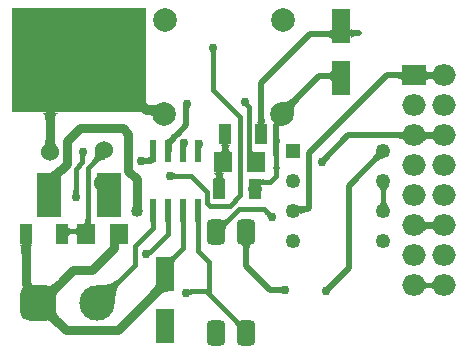
<source format=gtl>
G04*
G04 #@! TF.GenerationSoftware,Altium Limited,Altium Designer,22.5.1 (42)*
G04*
G04 Layer_Physical_Order=1*
G04 Layer_Color=255*
%FSLAX25Y25*%
%MOIN*%
G70*
G04*
G04 #@! TF.SameCoordinates,55109760-4B7D-4162-96C6-5D1F9AFAF14A*
G04*
G04*
G04 #@! TF.FilePolarity,Positive*
G04*
G01*
G75*
%ADD17R,0.08189X0.15000*%
%ADD18R,0.02200X0.07800*%
%ADD19R,0.06299X0.11811*%
%ADD20R,0.06299X0.07087*%
%ADD21R,0.04173X0.07165*%
G04:AMPARAMS|DCode=22|XSize=83.86mil|YSize=61.81mil|CornerRadius=15.45mil|HoleSize=0mil|Usage=FLASHONLY|Rotation=270.000|XOffset=0mil|YOffset=0mil|HoleType=Round|Shape=RoundedRectangle|*
%AMROUNDEDRECTD22*
21,1,0.08386,0.03091,0,0,270.0*
21,1,0.05295,0.06181,0,0,270.0*
1,1,0.03091,-0.01545,-0.02648*
1,1,0.03091,-0.01545,0.02648*
1,1,0.03091,0.01545,0.02648*
1,1,0.03091,0.01545,-0.02648*
%
%ADD22ROUNDEDRECTD22*%
%ADD41R,0.45000X0.35000*%
%ADD42C,0.02000*%
%ADD43C,0.01600*%
%ADD44C,0.03000*%
%ADD45R,0.04921X0.04921*%
%ADD46C,0.04921*%
G04:AMPARAMS|DCode=47|XSize=118.11mil|YSize=118.11mil|CornerRadius=29.53mil|HoleSize=0mil|Usage=FLASHONLY|Rotation=0.000|XOffset=0mil|YOffset=0mil|HoleType=Round|Shape=RoundedRectangle|*
%AMROUNDEDRECTD47*
21,1,0.11811,0.05906,0,0,0.0*
21,1,0.05906,0.11811,0,0,0.0*
1,1,0.05906,0.02953,-0.02953*
1,1,0.05906,-0.02953,-0.02953*
1,1,0.05906,-0.02953,0.02953*
1,1,0.05906,0.02953,0.02953*
%
%ADD47ROUNDEDRECTD47*%
%ADD48C,0.11811*%
%ADD49O,0.07874X0.07087*%
%ADD50R,0.07874X0.07087*%
%ADD51C,0.07874*%
%ADD52C,0.03000*%
%ADD53C,0.05000*%
%ADD54C,0.06000*%
%ADD55C,0.04000*%
G36*
X111732Y106920D02*
X113530Y107690D01*
X113488Y107596D01*
X113471Y107490D01*
X113480Y107373D01*
X113514Y107245D01*
X113575Y107106D01*
X113660Y106956D01*
X113771Y106795D01*
X113907Y106623D01*
X114069Y106439D01*
X114257Y106244D01*
X112843Y104830D01*
X112524Y105146D01*
X111492Y106053D01*
X111257Y105846D01*
X110529Y105146D01*
X108543Y105988D01*
X108744Y106200D01*
X108915Y106404D01*
X109057Y106601D01*
X109169Y106790D01*
X109252Y106973D01*
X109305Y107147D01*
X109328Y107315D01*
X109323Y107475D01*
X109287Y107627D01*
X109222Y107772D01*
X111732Y106920D01*
D02*
G37*
G36*
X114658Y107347D02*
X114718Y107177D01*
X114818Y107027D01*
X114958Y106897D01*
X115138Y106787D01*
X115358Y106697D01*
X115618Y106627D01*
X115918Y106577D01*
X116258Y106547D01*
X116638Y106537D01*
Y104537D01*
X116258Y104527D01*
X115918Y104497D01*
X115618Y104447D01*
X115358Y104377D01*
X115138Y104287D01*
X114958Y104177D01*
X114818Y104047D01*
X114718Y103897D01*
X114658Y103727D01*
X114638Y103537D01*
Y107537D01*
X114658Y107347D01*
D02*
G37*
G36*
X108374Y103281D02*
X108354Y103471D01*
X108294Y103641D01*
X108193Y103791D01*
X108053Y103921D01*
X107871Y104031D01*
X107650Y104121D01*
X107388Y104191D01*
X107087Y104241D01*
X106745Y104271D01*
X106362Y104281D01*
Y106281D01*
X106745Y106291D01*
X107087Y106321D01*
X107388Y106371D01*
X107650Y106441D01*
X107871Y106531D01*
X108053Y106641D01*
X108193Y106771D01*
X108294Y106921D01*
X108354Y107091D01*
X108374Y107281D01*
Y103281D01*
D02*
G37*
G36*
X69902Y99371D02*
X69860Y99295D01*
X69823Y99200D01*
X69790Y99088D01*
X69762Y98957D01*
X69740Y98808D01*
X69710Y98456D01*
X69700Y98031D01*
X68100D01*
X68098Y98253D01*
X68060Y98808D01*
X68037Y98957D01*
X68010Y99088D01*
X67977Y99200D01*
X67940Y99295D01*
X67897Y99371D01*
X67850Y99429D01*
X69950D01*
X69902Y99371D01*
D02*
G37*
G36*
X139833Y93310D02*
X139893Y93140D01*
X139994Y92990D01*
X140135Y92860D01*
X140316Y92750D01*
X140537Y92660D01*
X140799Y92590D01*
X141020Y92553D01*
X141379Y92589D01*
X141700Y92659D01*
X141971Y92748D01*
X142194Y92857D01*
X142366Y92986D01*
X142490Y93135D01*
X142564Y93304D01*
X142589Y93492D01*
Y89508D01*
X142564Y89696D01*
X142490Y89865D01*
X142366Y90014D01*
X142194Y90143D01*
X141971Y90252D01*
X141700Y90341D01*
X141379Y90411D01*
X141060Y90453D01*
X140799Y90410D01*
X140537Y90340D01*
X140316Y90250D01*
X140135Y90140D01*
X139994Y90010D01*
X139893Y89860D01*
X139833Y89690D01*
X139813Y89500D01*
Y93500D01*
X139833Y93310D01*
D02*
G37*
G36*
X131987Y89500D02*
X131967Y89690D01*
X131906Y89860D01*
X131806Y90010D01*
X131665Y90140D01*
X131484Y90250D01*
X131263Y90340D01*
X131001Y90410D01*
X130699Y90460D01*
X130357Y90490D01*
X129975Y90500D01*
Y92500D01*
X130357Y92510D01*
X130699Y92540D01*
X131001Y92590D01*
X131263Y92660D01*
X131484Y92750D01*
X131665Y92860D01*
X131806Y92990D01*
X131906Y93140D01*
X131967Y93310D01*
X131987Y93500D01*
Y89500D01*
D02*
G37*
G36*
X108374Y89339D02*
X108354Y89529D01*
X108294Y89699D01*
X108193Y89849D01*
X108053Y89979D01*
X107871Y90089D01*
X107650Y90179D01*
X107388Y90249D01*
X107087Y90299D01*
X106745Y90329D01*
X106362Y90339D01*
Y92339D01*
X106745Y92349D01*
X107087Y92379D01*
X107388Y92429D01*
X107650Y92499D01*
X107871Y92589D01*
X108053Y92699D01*
X108193Y92829D01*
X108294Y92979D01*
X108354Y93149D01*
X108374Y93339D01*
Y89339D01*
D02*
G37*
G36*
X61005Y80804D02*
X60987Y80778D01*
X60970Y80730D01*
X60956Y80659D01*
X60943Y80566D01*
X60924Y80313D01*
X60909Y79537D01*
X58909Y79888D01*
X58922Y81072D01*
X61005Y80804D01*
D02*
G37*
G36*
X97310Y83091D02*
X96979Y82734D01*
X96689Y82365D01*
X96439Y81984D01*
X96229Y81590D01*
X96060Y81185D01*
X95931Y80767D01*
X95843Y80338D01*
X95795Y79896D01*
X95787Y79442D01*
X95820Y78976D01*
X91546Y82457D01*
X92045Y82518D01*
X92526Y82608D01*
X92989Y82726D01*
X93435Y82873D01*
X93864Y83048D01*
X94275Y83253D01*
X94669Y83485D01*
X95046Y83747D01*
X95405Y84037D01*
X95746Y84356D01*
X97310Y83091D01*
D02*
G37*
G36*
X46518Y82648D02*
X46608Y82393D01*
X46758Y82168D01*
X46968Y81973D01*
X47238Y81808D01*
X47568Y81673D01*
X47958Y81568D01*
X48365Y81500D01*
X50001Y81599D01*
X50083Y81638D01*
X49488Y80094D01*
Y78433D01*
X48918Y78438D01*
X48851Y78443D01*
X48609Y77814D01*
X48567Y77931D01*
X48487Y78036D01*
X48369Y78129D01*
X48212Y78210D01*
X48017Y78278D01*
X47784Y78334D01*
X47513Y78377D01*
X47202Y78408D01*
X46467Y78433D01*
X46505Y78948D01*
X46488Y79012D01*
Y82933D01*
X46518Y82648D01*
D02*
G37*
G36*
X17215Y78994D02*
X16960Y78904D01*
X16735Y78753D01*
X16540Y78542D01*
X16375Y78271D01*
X16240Y77940D01*
X16135Y77548D01*
X16060Y77096D01*
X16015Y76584D01*
X16000Y76012D01*
X13000D01*
X12985Y76584D01*
X12940Y77096D01*
X12865Y77548D01*
X12760Y77940D01*
X12625Y78271D01*
X12460Y78542D01*
X12265Y78753D01*
X12040Y78904D01*
X11785Y78994D01*
X11500Y79024D01*
X17500D01*
X17215Y78994D01*
D02*
G37*
G36*
X85926Y77188D02*
X85956Y76846D01*
X86006Y76545D01*
X86076Y76283D01*
X86166Y76062D01*
X86276Y75881D01*
X86406Y75740D01*
X86556Y75639D01*
X86726Y75579D01*
X86916Y75559D01*
X82916D01*
X83106Y75579D01*
X83276Y75639D01*
X83426Y75740D01*
X83556Y75881D01*
X83666Y76062D01*
X83756Y76283D01*
X83826Y76545D01*
X83876Y76846D01*
X83906Y77188D01*
X83916Y77571D01*
X85916D01*
X85926Y77188D01*
D02*
G37*
G36*
X142589Y69508D02*
X142564Y69696D01*
X142490Y69865D01*
X142366Y70014D01*
X142194Y70143D01*
X141971Y70252D01*
X141700Y70341D01*
X141379Y70411D01*
X141008Y70460D01*
X140954Y70464D01*
X140421Y70411D01*
X140100Y70341D01*
X139829Y70252D01*
X139606Y70143D01*
X139434Y70014D01*
X139310Y69865D01*
X139236Y69696D01*
X139211Y69508D01*
Y73492D01*
X139236Y73304D01*
X139310Y73135D01*
X139434Y72986D01*
X139606Y72857D01*
X139829Y72748D01*
X140100Y72659D01*
X140421Y72589D01*
X140792Y72540D01*
X140846Y72536D01*
X141379Y72589D01*
X141700Y72659D01*
X141971Y72748D01*
X142194Y72857D01*
X142366Y72986D01*
X142490Y73135D01*
X142564Y73304D01*
X142589Y73492D01*
Y69508D01*
D02*
G37*
G36*
X56402Y70088D02*
X56113Y69797D01*
X54972Y68498D01*
X54976Y68464D01*
X53364Y70076D01*
X53398Y70073D01*
X53461Y70101D01*
X53552Y70163D01*
X53671Y70257D01*
X53996Y70542D01*
X54988Y71502D01*
X56402Y70088D01*
D02*
G37*
G36*
X132589Y69508D02*
X132564Y69696D01*
X132490Y69865D01*
X132366Y70014D01*
X132194Y70143D01*
X131971Y70252D01*
X131700Y70341D01*
X131379Y70411D01*
X131008Y70460D01*
X130589Y70490D01*
X130119Y70500D01*
Y72500D01*
X130589Y72510D01*
X131379Y72589D01*
X131700Y72659D01*
X131971Y72748D01*
X132194Y72857D01*
X132366Y72986D01*
X132490Y73135D01*
X132564Y73304D01*
X132589Y73492D01*
Y69508D01*
D02*
G37*
G36*
X90904Y70979D02*
X90991Y69779D01*
X91031Y69552D01*
X91079Y69355D01*
X91134Y69187D01*
X91196Y69047D01*
X91265Y68938D01*
X88535D01*
X88604Y69047D01*
X88666Y69187D01*
X88721Y69355D01*
X88769Y69552D01*
X88809Y69779D01*
X88867Y70321D01*
X88896Y70979D01*
X88900Y71352D01*
X90900D01*
X90904Y70979D01*
D02*
G37*
G36*
X16006Y70561D02*
X16096Y69453D01*
X16150Y69150D01*
X16216Y68882D01*
X16294Y68647D01*
X16384Y68445D01*
X16486Y68277D01*
X16600Y68142D01*
X12400D01*
X12514Y68277D01*
X12616Y68445D01*
X12706Y68647D01*
X12784Y68882D01*
X12850Y69150D01*
X12904Y69453D01*
X12976Y70158D01*
X12994Y70561D01*
X13000Y70998D01*
X16000D01*
X16006Y70561D01*
D02*
G37*
G36*
X81708Y67327D02*
X81732Y67055D01*
X81772Y66815D01*
X81828Y66607D01*
X81900Y66431D01*
X81988Y66287D01*
X82092Y66175D01*
X82212Y66095D01*
X82348Y66047D01*
X82500Y66031D01*
X79874D01*
X79917Y66047D01*
X79956Y66095D01*
X79989Y66175D01*
X80019Y66287D01*
X80044Y66431D01*
X80064Y66607D01*
X80091Y67055D01*
X80100Y67631D01*
X81700D01*
X81708Y67327D01*
D02*
G37*
G36*
X74018Y69092D02*
X73992Y69071D01*
X73970Y69027D01*
X73950Y68960D01*
X73932Y68870D01*
X73918Y68757D01*
X73896Y68463D01*
X73896Y68429D01*
X74884D01*
X74694Y68409D01*
X74524Y68349D01*
X74374Y68249D01*
X74244Y68109D01*
X74134Y67929D01*
X74044Y67709D01*
X73974Y67449D01*
X73938Y67230D01*
X73974Y67011D01*
X74044Y66751D01*
X74134Y66531D01*
X74244Y66351D01*
X74374Y66211D01*
X74524Y66111D01*
X74694Y66051D01*
X74884Y66031D01*
X70884D01*
X71074Y66051D01*
X71244Y66111D01*
X71394Y66211D01*
X71524Y66351D01*
X71634Y66531D01*
X71724Y66751D01*
X71794Y67011D01*
X71831Y67230D01*
X71794Y67449D01*
X71724Y67709D01*
X71634Y67929D01*
X71524Y68109D01*
X71394Y68249D01*
X71244Y68349D01*
X71074Y68409D01*
X70884Y68429D01*
X71945D01*
X72124Y69903D01*
X74018Y69092D01*
D02*
G37*
G36*
X47812Y62312D02*
X47792Y62253D01*
X47732Y62200D01*
X47632Y62153D01*
X47492Y62112D01*
X47312Y62078D01*
X47118Y62053D01*
Y62000D01*
X45871Y61950D01*
Y62001D01*
X45812Y62000D01*
Y64000D01*
X45871Y64002D01*
Y64050D01*
X45893Y64040D01*
X45937Y64032D01*
X46004Y64025D01*
X46231Y64013D01*
X46532Y64040D01*
X46832Y64090D01*
X47092Y64160D01*
X47312Y64250D01*
X47492Y64360D01*
X47632Y64490D01*
X47732Y64640D01*
X47792Y64810D01*
X47812Y65000D01*
Y62312D01*
D02*
G37*
G36*
X26342Y64758D02*
X26283Y64707D01*
X26230Y64637D01*
X26184Y64548D01*
X26144Y64440D01*
X26110Y64313D01*
X26082Y64168D01*
X26060Y64003D01*
X26035Y63618D01*
X26032Y63398D01*
X24432Y63747D01*
X24431Y63970D01*
X24376Y64805D01*
X24355Y64916D01*
X24332Y65007D01*
X24305Y65080D01*
X24276Y65134D01*
X26342Y64758D01*
D02*
G37*
G36*
X107346Y63648D02*
X106500Y62731D01*
X105015Y64216D01*
X105037Y64224D01*
X105074Y64249D01*
X105127Y64292D01*
X105379Y64520D01*
X105932Y65062D01*
X107346Y63648D01*
D02*
G37*
G36*
X125575Y63840D02*
X125371Y63829D01*
X125162Y63794D01*
X124948Y63733D01*
X124730Y63648D01*
X124507Y63538D01*
X124280Y63402D01*
X124048Y63242D01*
X123812Y63057D01*
X123571Y62846D01*
X123325Y62611D01*
X121911Y64025D01*
X122146Y64271D01*
X122542Y64748D01*
X122702Y64980D01*
X122837Y65207D01*
X122948Y65430D01*
X123033Y65648D01*
X123094Y65862D01*
X123129Y66071D01*
X123140Y66275D01*
X125575Y63840D01*
D02*
G37*
G36*
X32739Y63503D02*
X32374Y63474D01*
X32020Y63420D01*
X31677Y63342D01*
X31345Y63239D01*
X31023Y63112D01*
X30713Y62961D01*
X30413Y62785D01*
X30125Y62584D01*
X29847Y62360D01*
X29580Y62110D01*
X28383Y63176D01*
X28637Y63449D01*
X28861Y63730D01*
X29057Y64021D01*
X29223Y64320D01*
X29360Y64628D01*
X29467Y64945D01*
X29546Y65271D01*
X29596Y65606D01*
X29616Y65949D01*
X29607Y66302D01*
X32739Y63503D01*
D02*
G37*
G36*
X91158Y60908D02*
X91062Y60740D01*
X90977Y60558D01*
X90903Y60362D01*
X90841Y60152D01*
X90790Y59928D01*
X90751Y59691D01*
X90723Y59439D01*
X90700Y58894D01*
X89100D01*
X89094Y59174D01*
X89049Y59691D01*
X89010Y59928D01*
X88959Y60152D01*
X88897Y60362D01*
X88823Y60558D01*
X88738Y60740D01*
X88642Y60908D01*
X88535Y61062D01*
X91265D01*
X91158Y60908D01*
D02*
G37*
G36*
X20204Y60088D02*
X19559Y59422D01*
X18558Y58252D01*
X18201Y57747D01*
X17939Y57296D01*
X17774Y56899D01*
X17704Y56555D01*
X17731Y56265D01*
X17853Y56028D01*
X18070Y55845D01*
X12740Y58976D01*
X13022Y58857D01*
X13335Y58812D01*
X13680Y58840D01*
X14056Y58943D01*
X14465Y59119D01*
X14905Y59369D01*
X15377Y59693D01*
X15880Y60092D01*
X16416Y60563D01*
X16983Y61109D01*
X20204Y60088D01*
D02*
G37*
G36*
X71887Y58981D02*
X72884D01*
X72694Y58961D01*
X72524Y58900D01*
X72374Y58800D01*
X72244Y58659D01*
X72134Y58478D01*
X72044Y58256D01*
X71982Y58023D01*
X72044Y57791D01*
X72134Y57571D01*
X72244Y57391D01*
X72374Y57251D01*
X72524Y57151D01*
X72694Y57091D01*
X72884Y57071D01*
X71887D01*
X71884Y56969D01*
X69884D01*
X69882Y57071D01*
X68884D01*
X69074Y57091D01*
X69244Y57151D01*
X69394Y57251D01*
X69524Y57391D01*
X69634Y57571D01*
X69724Y57791D01*
X69787Y58023D01*
X69724Y58256D01*
X69634Y58478D01*
X69524Y58659D01*
X69394Y58800D01*
X69244Y58900D01*
X69074Y58961D01*
X68884Y58981D01*
X69882D01*
X69884Y59071D01*
X71884D01*
X71887Y58981D01*
D02*
G37*
G36*
X55529Y59003D02*
X55606Y58960D01*
X55700Y58922D01*
X55813Y58890D01*
X55943Y58863D01*
X56092Y58840D01*
X56444Y58810D01*
X56869Y58800D01*
Y57200D01*
X56647Y57197D01*
X56092Y57160D01*
X55943Y57138D01*
X55813Y57110D01*
X55700Y57077D01*
X55606Y57040D01*
X55529Y56998D01*
X55471Y56950D01*
Y59050D01*
X55529Y59003D01*
D02*
G37*
G36*
X85006Y57019D02*
X85054Y56973D01*
X85134Y56933D01*
X85246Y56897D01*
X85390Y56868D01*
X85566Y56843D01*
X86014Y56811D01*
X86590Y56800D01*
Y55200D01*
X86285Y55192D01*
X86011Y55168D01*
X85770Y55128D01*
X85560Y55072D01*
X85383Y55000D01*
X85238Y54912D01*
X85125Y54808D01*
X85044Y54688D01*
X84995Y54552D01*
X84978Y54400D01*
X84990Y57071D01*
X85006Y57019D01*
D02*
G37*
G36*
X23802Y53247D02*
X23840Y52692D01*
X23863Y52543D01*
X23890Y52412D01*
X23923Y52300D01*
X23960Y52205D01*
X24002Y52129D01*
X24050Y52071D01*
X21950D01*
X21997Y52129D01*
X22040Y52205D01*
X22077Y52300D01*
X22110Y52412D01*
X22138Y52543D01*
X22160Y52692D01*
X22190Y53044D01*
X22200Y53469D01*
X23800D01*
X23802Y53247D01*
D02*
G37*
G36*
X127147Y54355D02*
X126990Y54152D01*
X126852Y53935D01*
X126732Y53703D01*
X126631Y53456D01*
X126548Y53195D01*
X126483Y52919D01*
X126437Y52629D01*
X126409Y52324D01*
X126400Y52004D01*
X124800D01*
X124791Y52324D01*
X124763Y52629D01*
X124717Y52919D01*
X124652Y53195D01*
X124569Y53456D01*
X124468Y53703D01*
X124348Y53935D01*
X124210Y54152D01*
X124053Y54355D01*
X123878Y54543D01*
X127322D01*
X127147Y54355D01*
D02*
G37*
G36*
X34036Y53277D02*
X33990Y53179D01*
X33971Y53073D01*
X33978Y52957D01*
X34010Y52831D01*
X34069Y52697D01*
X34154Y52553D01*
X34265Y52400D01*
X34402Y52237D01*
X34566Y52066D01*
X33434Y50934D01*
X33139Y51226D01*
X31980Y52251D01*
X31812Y52370D01*
X31664Y52460D01*
X31538Y52521D01*
X31433Y52554D01*
X34108Y53365D01*
X34036Y53277D01*
D02*
G37*
G36*
X126409Y50276D02*
X126437Y49971D01*
X126483Y49681D01*
X126548Y49405D01*
X126631Y49144D01*
X126732Y48897D01*
X126852Y48665D01*
X126990Y48448D01*
X127147Y48245D01*
X127322Y48057D01*
X123878D01*
X124053Y48245D01*
X124210Y48448D01*
X124348Y48665D01*
X124468Y48897D01*
X124569Y49144D01*
X124652Y49405D01*
X124717Y49681D01*
X124763Y49971D01*
X124791Y50276D01*
X124800Y50595D01*
X126400D01*
X126409Y50276D01*
D02*
G37*
G36*
X97092Y48278D02*
X97283Y48190D01*
X97492Y48113D01*
X97719Y48045D01*
X97965Y47988D01*
X98230Y47942D01*
X98814Y47880D01*
X99134Y47864D01*
X99472Y47859D01*
X99989Y45859D01*
X99646Y45851D01*
X99329Y45825D01*
X99037Y45784D01*
X98770Y45725D01*
X98529Y45650D01*
X98313Y45558D01*
X98122Y45449D01*
X97957Y45323D01*
X97817Y45181D01*
X97703Y45022D01*
X96920Y48377D01*
X97092Y48278D01*
D02*
G37*
G36*
X87478Y46387D02*
X87898Y46021D01*
X88019Y45932D01*
X88131Y45859D01*
X88233Y45802D01*
X88326Y45762D01*
X88410Y45738D01*
X88485Y45731D01*
X87000Y44246D01*
X86993Y44320D01*
X86969Y44404D01*
X86928Y44497D01*
X86872Y44600D01*
X86799Y44712D01*
X86710Y44833D01*
X86482Y45103D01*
X86189Y45411D01*
X87320Y46542D01*
X87478Y46387D01*
D02*
G37*
G36*
X74637Y42996D02*
X74269Y42616D01*
X73667Y41925D01*
X73434Y41613D01*
X73246Y41324D01*
X73102Y41058D01*
X73004Y40814D01*
X72951Y40593D01*
X72943Y40395D01*
X72980Y40219D01*
X71785Y43527D01*
X71857Y43386D01*
X71955Y43293D01*
X72078Y43249D01*
X72227Y43251D01*
X72401Y43302D01*
X72601Y43401D01*
X72826Y43548D01*
X73076Y43742D01*
X73352Y43985D01*
X73654Y44275D01*
X74637Y42996D01*
D02*
G37*
G36*
X142589Y39508D02*
X142564Y39696D01*
X142490Y39865D01*
X142366Y40014D01*
X142194Y40143D01*
X141971Y40252D01*
X141700Y40341D01*
X141379Y40411D01*
X141008Y40460D01*
X140954Y40464D01*
X140421Y40411D01*
X140100Y40341D01*
X139829Y40252D01*
X139606Y40143D01*
X139434Y40014D01*
X139310Y39865D01*
X139236Y39696D01*
X139211Y39508D01*
Y43492D01*
X139236Y43304D01*
X139310Y43135D01*
X139434Y42986D01*
X139606Y42857D01*
X139829Y42748D01*
X140100Y42659D01*
X140421Y42589D01*
X140792Y42540D01*
X140846Y42536D01*
X141379Y42589D01*
X141700Y42659D01*
X141971Y42748D01*
X142194Y42857D01*
X142366Y42986D01*
X142490Y43135D01*
X142564Y43304D01*
X142589Y43492D01*
Y39508D01*
D02*
G37*
G36*
X27808Y43325D02*
X27832Y43051D01*
X27872Y42809D01*
X27928Y42600D01*
X28000Y42422D01*
X28088Y42277D01*
X28192Y42164D01*
X28312Y42084D01*
X28448Y42035D01*
X28600Y42019D01*
X25400D01*
X25552Y42035D01*
X25688Y42084D01*
X25808Y42164D01*
X25912Y42277D01*
X26000Y42422D01*
X26072Y42600D01*
X26128Y42809D01*
X26168Y43051D01*
X26192Y43325D01*
X26200Y43631D01*
X27800D01*
X27808Y43325D01*
D02*
G37*
G36*
X64933Y42896D02*
X64884Y42848D01*
X64841Y42768D01*
X64804Y42656D01*
X64772Y42512D01*
X64746Y42336D01*
X64711Y41888D01*
X64700Y41312D01*
X63100D01*
X63097Y41616D01*
X63028Y42512D01*
X62996Y42656D01*
X62959Y42768D01*
X62916Y42848D01*
X62867Y42896D01*
X62812Y42912D01*
X64988D01*
X64933Y42896D01*
D02*
G37*
G36*
X59933D02*
X59884Y42848D01*
X59841Y42768D01*
X59804Y42656D01*
X59772Y42512D01*
X59746Y42336D01*
X59711Y41888D01*
X59700Y41312D01*
X58100D01*
X58097Y41616D01*
X58028Y42512D01*
X57996Y42656D01*
X57959Y42768D01*
X57916Y42848D01*
X57867Y42896D01*
X57812Y42912D01*
X59988D01*
X59933Y42896D01*
D02*
G37*
G36*
X54933D02*
X54884Y42848D01*
X54841Y42768D01*
X54804Y42656D01*
X54772Y42512D01*
X54746Y42336D01*
X54712Y41888D01*
X54700Y41312D01*
X53100D01*
X53097Y41616D01*
X53028Y42512D01*
X52996Y42656D01*
X52959Y42768D01*
X52916Y42848D01*
X52867Y42896D01*
X52812Y42912D01*
X54988D01*
X54933Y42896D01*
D02*
G37*
G36*
X49933D02*
X49884Y42848D01*
X49841Y42768D01*
X49804Y42656D01*
X49772Y42512D01*
X49746Y42336D01*
X49711Y41888D01*
X49700Y41312D01*
X48100D01*
X48097Y41616D01*
X48028Y42512D01*
X47996Y42656D01*
X47959Y42768D01*
X47916Y42848D01*
X47867Y42896D01*
X47812Y42912D01*
X49988D01*
X49933Y42896D01*
D02*
G37*
G36*
X23363Y37900D02*
X23347Y38052D01*
X23298Y38188D01*
X23217Y38308D01*
X23105Y38412D01*
X22960Y38500D01*
X22782Y38572D01*
X22573Y38628D01*
X22331Y38668D01*
X22057Y38692D01*
X21971Y38694D01*
X21884Y38692D01*
X21610Y38668D01*
X21368Y38628D01*
X21159Y38572D01*
X20981Y38500D01*
X20836Y38412D01*
X20723Y38308D01*
X20643Y38188D01*
X20595Y38052D01*
X20578Y37900D01*
Y41100D01*
X20595Y40948D01*
X20643Y40812D01*
X20723Y40692D01*
X20836Y40588D01*
X20981Y40500D01*
X21159Y40428D01*
X21368Y40372D01*
X21610Y40332D01*
X21884Y40308D01*
X21971Y40306D01*
X22057Y40308D01*
X22331Y40332D01*
X22573Y40372D01*
X22782Y40428D01*
X22960Y40500D01*
X23105Y40588D01*
X23217Y40692D01*
X23298Y40812D01*
X23347Y40948D01*
X23363Y41100D01*
Y37900D01*
D02*
G37*
G36*
X81706Y35261D02*
X81537Y35199D01*
X81388Y35094D01*
X81258Y34948D01*
X81149Y34760D01*
X81059Y34531D01*
X80990Y34260D01*
X80940Y33947D01*
X80910Y33592D01*
X80900Y33196D01*
X78900D01*
X78890Y33592D01*
X78860Y33947D01*
X78810Y34260D01*
X78741Y34531D01*
X78651Y34760D01*
X78542Y34948D01*
X78412Y35094D01*
X78263Y35199D01*
X78094Y35261D01*
X77905Y35282D01*
X81895D01*
X81706Y35261D01*
D02*
G37*
G36*
X8428Y34899D02*
X8310Y34809D01*
X8207Y34659D01*
X8117Y34449D01*
X8041Y34179D01*
X7979Y33849D01*
X7931Y33459D01*
X7875Y32499D01*
X7869Y31929D01*
X4868D01*
X4864Y32499D01*
X4754Y34179D01*
X4703Y34449D01*
X4644Y34659D01*
X4575Y34809D01*
X4497Y34899D01*
X4410Y34929D01*
X8559D01*
X8428Y34899D01*
D02*
G37*
G36*
X57169Y31055D02*
X56852Y30727D01*
X56354Y30138D01*
X56173Y29878D01*
X56038Y29641D01*
X55947Y29426D01*
X55902Y29233D01*
Y29064D01*
X55947Y28917D01*
X56038Y28792D01*
X53775Y31055D01*
X53899Y30964D01*
X54046Y30919D01*
X54216D01*
X54408Y30964D01*
X54623Y31055D01*
X54861Y31191D01*
X55121Y31372D01*
X55404Y31598D01*
X56038Y32186D01*
X57169Y31055D01*
D02*
G37*
G36*
X53704Y27660D02*
X53736Y27193D01*
X53764Y26984D01*
X53843Y26614D01*
X53894Y26453D01*
X53954Y26308D01*
X54021Y26179D01*
X54097Y26066D01*
X51703D01*
X51779Y26179D01*
X51846Y26308D01*
X51906Y26453D01*
X51957Y26614D01*
X52001Y26791D01*
X52036Y26984D01*
X52084Y27419D01*
X52096Y27660D01*
X52100Y27917D01*
X53700D01*
X53704Y27660D01*
D02*
G37*
G36*
X142368Y19906D02*
X142349Y20057D01*
X142292Y20192D01*
X142196Y20311D01*
X142062Y20414D01*
X141891Y20501D01*
X141681Y20573D01*
X141432Y20628D01*
X141146Y20668D01*
X140913Y20685D01*
X140367Y20628D01*
X140119Y20573D01*
X139909Y20501D01*
X139737Y20414D01*
X139604Y20311D01*
X139508Y20192D01*
X139451Y20057D01*
X139432Y19906D01*
Y23094D01*
X139451Y22943D01*
X139508Y22808D01*
X139604Y22689D01*
X139737Y22586D01*
X139909Y22499D01*
X140119Y22427D01*
X140367Y22372D01*
X140654Y22332D01*
X140886Y22315D01*
X141432Y22372D01*
X141681Y22427D01*
X141891Y22499D01*
X142062Y22586D01*
X142196Y22689D01*
X142292Y22808D01*
X142349Y22943D01*
X142368Y23094D01*
Y19906D01*
D02*
G37*
G36*
X18582Y20846D02*
X18023Y20265D01*
X17136Y19209D01*
X16807Y18733D01*
X16556Y18292D01*
X16382Y17886D01*
X16284Y17514D01*
X16264Y17177D01*
X16320Y16875D01*
X16453Y16607D01*
X13009Y21624D01*
X13203Y21417D01*
X13441Y21296D01*
X13723Y21262D01*
X14049Y21314D01*
X14420Y21453D01*
X14834Y21678D01*
X15293Y21989D01*
X15796Y22386D01*
X16343Y22870D01*
X16935Y23440D01*
X18582Y20846D01*
D02*
G37*
G36*
X108730Y20532D02*
X107884Y19615D01*
X106399Y21100D01*
X106421Y21108D01*
X106458Y21134D01*
X106511Y21176D01*
X106763Y21404D01*
X107316Y21946D01*
X108730Y20532D01*
D02*
G37*
G36*
X54005Y19280D02*
X53773Y19448D01*
X53498Y19532D01*
X53180Y19531D01*
X52820Y19445D01*
X52417Y19274D01*
X51972Y19018D01*
X51483Y18677D01*
X50952Y18252D01*
X49762Y17147D01*
X47641Y19268D01*
X48236Y19884D01*
X49172Y20989D01*
X49513Y21477D01*
X49768Y21923D01*
X49939Y22325D01*
X50025Y22686D01*
X50027Y23003D01*
X49943Y23278D01*
X49774Y23511D01*
X54005Y19280D01*
D02*
G37*
G36*
X91729Y19050D02*
X91707Y19060D01*
X91663Y19068D01*
X91596Y19075D01*
X91256Y19092D01*
X90482Y19100D01*
Y21100D01*
X91729Y21150D01*
Y19050D01*
D02*
G37*
G36*
X38286Y22641D02*
X37872Y22179D01*
X37501Y21667D01*
X37176Y21106D01*
X36895Y20495D01*
X36659Y19835D01*
X36467Y19125D01*
X36321Y18365D01*
X36218Y17555D01*
X36161Y16696D01*
X36148Y15787D01*
X30302Y21634D01*
X31210Y21646D01*
X32070Y21704D01*
X32879Y21806D01*
X33639Y21953D01*
X34349Y22145D01*
X35009Y22381D01*
X35620Y22662D01*
X36182Y22987D01*
X36693Y23357D01*
X37155Y23772D01*
X38286Y22641D01*
D02*
G37*
G36*
X16284Y13832D02*
X16197Y13560D01*
X16193Y13248D01*
X16272Y12895D01*
X16433Y12501D01*
X16678Y12067D01*
X17005Y11592D01*
X17415Y11077D01*
X17908Y10521D01*
X18483Y9924D01*
X16362Y7803D01*
X15765Y8378D01*
X14694Y9281D01*
X14219Y9608D01*
X13785Y9853D01*
X13391Y10014D01*
X13038Y10093D01*
X12726Y10089D01*
X12454Y10002D01*
X12223Y9833D01*
X16453Y14063D01*
X16284Y13832D01*
D02*
G37*
G36*
X76812Y10443D02*
X77372Y9973D01*
X77615Y9808D01*
X77835Y9689D01*
X78030Y9617D01*
X78201Y9591D01*
X78349Y9612D01*
X78472Y9679D01*
X78571Y9792D01*
X76820Y7042D01*
X76887Y7187D01*
X76914Y7351D01*
X76900Y7533D01*
X76846Y7732D01*
X76752Y7949D01*
X76618Y8185D01*
X76443Y8438D01*
X76228Y8709D01*
X75972Y8998D01*
X75677Y9304D01*
X76496Y10748D01*
X76812Y10443D01*
D02*
G37*
D17*
X14000Y51500D02*
D03*
X34000D02*
D03*
D18*
X63900Y66200D02*
D03*
X58900D02*
D03*
X53900D02*
D03*
X48900D02*
D03*
Y46800D02*
D03*
X53900D02*
D03*
X58900D02*
D03*
X63900D02*
D03*
D19*
X111500Y108000D02*
D03*
Y90677D02*
D03*
X52900Y25161D02*
D03*
Y7839D02*
D03*
D20*
X83012Y62500D02*
D03*
X71988D02*
D03*
X26488Y38500D02*
D03*
X37512D02*
D03*
D21*
X72884Y72000D02*
D03*
X84916D02*
D03*
X82916Y53500D02*
D03*
X70884D02*
D03*
X18516Y38500D02*
D03*
X6484D02*
D03*
D22*
X79900Y5610D02*
D03*
X69900D02*
D03*
Y39390D02*
D03*
X79900D02*
D03*
D41*
X24000Y96500D02*
D03*
D42*
X135900Y41500D02*
X145900D01*
X135900Y71500D02*
X145900D01*
X135900Y91500D02*
X145900D01*
X114000Y27216D02*
Y54700D01*
X106384Y19600D02*
X114000Y27216D01*
Y54700D02*
X125600Y66300D01*
X79900Y27900D02*
X87700Y20100D01*
X93196D01*
X113784Y71500D02*
X135900D01*
X105000Y62716D02*
X113784Y71500D01*
X100700Y65543D02*
X126657Y91500D01*
X135900D01*
X95600Y46300D02*
X96159Y46859D01*
X100087D02*
X100700Y47472D01*
Y65543D01*
X96159Y46859D02*
X100087D01*
X79900Y39451D02*
X79961Y39390D01*
X79900Y27900D02*
Y39390D01*
X111400Y108661D02*
X112025Y108037D01*
X111400Y107430D02*
Y108661D01*
X112025Y107062D02*
Y108037D01*
X59909Y75009D02*
Y81809D01*
X55800Y70928D02*
X56972Y72100D01*
X57000D01*
X59909Y75009D01*
X55800Y70900D02*
Y70928D01*
X54000Y69100D02*
X55800Y70900D01*
X63900Y68500D02*
X64100Y68700D01*
X63900Y66200D02*
Y68500D01*
X59909Y81809D02*
X60100Y82000D01*
X53900Y66200D02*
X54000Y66300D01*
Y69100D01*
X44800Y63000D02*
X48125D01*
X48900Y63775D01*
Y66200D01*
X89900Y65000D02*
Y74939D01*
X91908Y76947D01*
Y78536D01*
X135900Y60983D02*
Y61500D01*
X101281Y105281D02*
X109250D01*
X84916Y88916D02*
X101281Y105281D01*
X84916Y72000D02*
Y88916D01*
X72884Y71033D02*
X73417Y70500D01*
X72884Y71033D02*
Y72000D01*
X73417Y70500D02*
X73500D01*
X70884Y62602D02*
X72884Y64602D01*
Y70917D01*
X70884Y61396D02*
X71487Y61999D01*
X71988Y62500D01*
X70884Y53500D02*
Y61396D01*
X109250Y105281D02*
X111400Y107430D01*
X112025Y107062D02*
X113550Y105537D01*
X117363D01*
X91825Y79020D02*
X104144Y91339D01*
X111400D01*
D43*
X135900Y21500D02*
X145900D01*
X125600Y46300D02*
Y56300D01*
X87900Y56000D02*
X89900Y58000D01*
X83920Y56000D02*
X87900D01*
X82916Y54996D02*
X83920Y56000D01*
X89900Y58000D02*
Y65000D01*
X82916Y53500D02*
Y54996D01*
X63900Y44900D02*
Y46800D01*
Y32956D02*
Y46800D01*
X26888Y39500D02*
X27000Y39612D01*
Y60662D01*
X23000Y60339D02*
X25232Y62571D01*
X32000Y53500D02*
Y55500D01*
X27000Y60662D02*
X32000Y65662D01*
Y53500D02*
X34000Y51500D01*
X23000Y51000D02*
Y60339D01*
X77510Y47000D02*
X85731D01*
X88500Y44231D01*
X80900Y65243D02*
Y81114D01*
X83643Y62500D02*
X83765D01*
X80900Y65243D02*
X83643Y62500D01*
X25232Y62571D02*
Y65732D01*
X25500Y66000D01*
X72833Y42323D02*
X77510Y47000D01*
X77826Y51595D02*
Y77574D01*
X74331Y48100D02*
X77826Y51595D01*
X68900Y86500D02*
X77826Y77574D01*
X47856Y32700D02*
X53900Y38744D01*
X46500Y32000D02*
X46879D01*
X47579Y32700D02*
X47856D01*
X46879Y32000D02*
X47579Y32700D01*
X53900Y38744D02*
Y46800D01*
X32000Y65662D02*
Y66500D01*
X67500Y18613D02*
X79900Y6213D01*
X63900Y32956D02*
X67500Y29356D01*
Y18613D02*
Y29356D01*
X66613Y19500D02*
X67500Y18613D01*
X61390Y19500D02*
X66613D01*
X61158Y19268D02*
X61390Y19500D01*
X60168Y19268D02*
X61158D01*
X59900Y19000D02*
X60168Y19268D01*
X69900Y39390D02*
Y40089D01*
X72134Y42323D01*
X72833D01*
X67800Y48100D02*
X74331D01*
X79582Y82432D02*
X80900Y81114D01*
X79582Y82432D02*
Y82751D01*
X68900Y86500D02*
Y100500D01*
X61400Y58000D02*
X66800Y52600D01*
X54400Y58000D02*
X61400D01*
X66800Y49100D02*
X67800Y48100D01*
X66800Y49100D02*
Y52600D01*
X18400Y39500D02*
X26888D01*
X30242Y15728D02*
X42900Y28386D01*
Y34500D02*
X48900Y40500D01*
X42900Y28386D02*
Y34500D01*
X48900Y40500D02*
Y46800D01*
X79900Y5110D02*
Y6213D01*
X52900Y27917D02*
X58900Y33917D01*
X52900Y25161D02*
Y27917D01*
X58900Y33917D02*
Y46800D01*
D44*
X40595Y59749D02*
Y72048D01*
Y59749D02*
X43500Y56843D01*
X24400Y74000D02*
X38643D01*
X40595Y72048D01*
X28400Y26500D02*
X35862Y33962D01*
X22115Y26500D02*
X28400D01*
X11344Y15728D02*
X22115Y26500D01*
X35862Y33962D02*
Y37450D01*
X37000Y38588D01*
X36994Y6500D02*
X52900Y22406D01*
X10558Y15728D02*
X19786Y6500D01*
X36994D01*
X52900Y22406D02*
X52951D01*
X53050Y22307D01*
X52900Y22406D02*
Y25161D01*
X43500Y46214D02*
Y56843D01*
X20000Y62006D02*
Y69600D01*
X13900Y55905D02*
X20000Y62006D01*
Y69600D02*
X24400Y74000D01*
X14500Y66000D02*
Y88100D01*
X23900Y97500D01*
X10558Y15728D02*
X11344D01*
X13900Y52500D02*
Y55905D01*
X7049Y19237D02*
X10558Y15728D01*
X6368Y21891D02*
X7049Y21211D01*
X6368Y21891D02*
Y39500D01*
X7049Y19237D02*
Y21211D01*
X46467Y79933D02*
X51467D01*
X52400Y79000D01*
X28900Y97500D02*
X46467Y79933D01*
X23900Y97500D02*
X28900D01*
D45*
X95600Y66300D02*
D03*
D46*
Y56300D02*
D03*
Y46300D02*
D03*
Y36300D02*
D03*
X125600D02*
D03*
Y46300D02*
D03*
Y56300D02*
D03*
Y66300D02*
D03*
D47*
X10558Y15728D02*
D03*
D48*
X30242D02*
D03*
D49*
X135900Y31500D02*
D03*
Y41500D02*
D03*
X145900Y31500D02*
D03*
Y41500D02*
D03*
X135900Y71500D02*
D03*
Y61500D02*
D03*
X145900D02*
D03*
Y71500D02*
D03*
Y21500D02*
D03*
X135900D02*
D03*
Y51500D02*
D03*
X145900D02*
D03*
Y81500D02*
D03*
X135900D02*
D03*
X145900Y91500D02*
D03*
D50*
X135900D02*
D03*
D51*
X92000Y110000D02*
D03*
X52632Y110012D02*
D03*
X91908Y78536D02*
D03*
X52483Y78517D02*
D03*
D52*
X106384Y19600D02*
D03*
X105000Y62716D02*
D03*
X59000Y68900D02*
D03*
X64100Y68700D02*
D03*
X60100Y82000D02*
D03*
X44800Y63000D02*
D03*
X35182Y99200D02*
D03*
X38591D02*
D03*
X31773Y91000D02*
D03*
X28364D02*
D03*
X31773Y95100D02*
D03*
X28364D02*
D03*
X31773Y99200D02*
D03*
X11318Y91000D02*
D03*
X4500D02*
D03*
X18136D02*
D03*
X21545D02*
D03*
X14727D02*
D03*
X7909D02*
D03*
X24954D02*
D03*
X11318Y95100D02*
D03*
X4500D02*
D03*
X18136D02*
D03*
X21545D02*
D03*
X14727D02*
D03*
X7909D02*
D03*
X24954D02*
D03*
X14727Y99200D02*
D03*
X4500D02*
D03*
X7909D02*
D03*
X21545D02*
D03*
X24954D02*
D03*
X18136D02*
D03*
X11318D02*
D03*
X28364D02*
D03*
Y103300D02*
D03*
X14727D02*
D03*
X18136D02*
D03*
X11318D02*
D03*
X4500D02*
D03*
X7909D02*
D03*
X21545D02*
D03*
X35182D02*
D03*
X38591D02*
D03*
X31773D02*
D03*
X24954D02*
D03*
X42000D02*
D03*
X28364Y107400D02*
D03*
X14727D02*
D03*
X18136D02*
D03*
X11318D02*
D03*
X4500D02*
D03*
X7909D02*
D03*
X21545D02*
D03*
X35182D02*
D03*
X38591D02*
D03*
X31773D02*
D03*
X24954D02*
D03*
X42000D02*
D03*
Y111500D02*
D03*
X24954D02*
D03*
X31773D02*
D03*
X38591D02*
D03*
X35182D02*
D03*
X21545D02*
D03*
X7909D02*
D03*
X4500D02*
D03*
X11318D02*
D03*
X18136D02*
D03*
X14727D02*
D03*
X28364D02*
D03*
X23000Y51000D02*
D03*
X88500Y44231D02*
D03*
X68500Y5500D02*
D03*
X53050Y22307D02*
D03*
X73500Y70500D02*
D03*
X53050Y6000D02*
D03*
X25500Y66000D02*
D03*
X92800Y20100D02*
D03*
X46500Y32000D02*
D03*
X59900Y19000D02*
D03*
X79582Y82751D02*
D03*
X54400Y58000D02*
D03*
X68900Y100500D02*
D03*
D53*
X112000Y88000D02*
D03*
X111400Y109000D02*
D03*
X82916Y53500D02*
D03*
D54*
X32000Y55500D02*
D03*
X14500Y66000D02*
D03*
X32600Y66500D02*
D03*
D55*
X43500Y46214D02*
D03*
M02*

</source>
